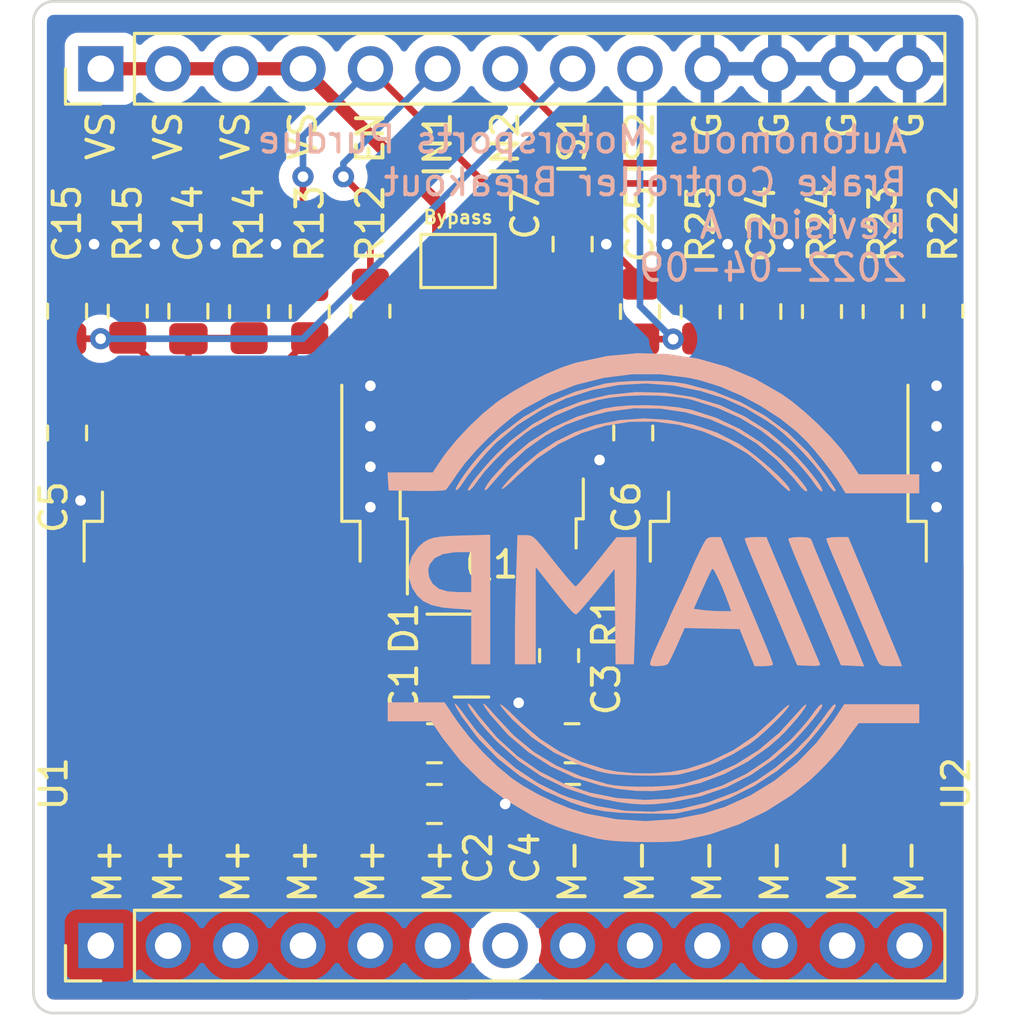
<source format=kicad_pcb>
(kicad_pcb (version 20211014) (generator pcbnew)
  (title_block (title "Brake Controller Breakout") (date "2022-04-09") (rev "A") (company "AMP Purdue"))
  (layers (0 "F.Cu" signal) (31 "B.Cu" signal) (34 "B.Paste" user) (35 "F.Paste" user) (36 "B.SilkS" user "B.Silkscreen") (37 "F.SilkS" user "F.Silkscreen") (38 "B.Mask" user) (39 "F.Mask" user) (44 "Edge.Cuts" user))
  (net 0 "")
  (net 1 "Net-(C1-Pad1)")
  (net 2 "GND")
  (net 3 "Net-(C14-Pad1)")
  (net 4 "/IS1")
  (net 5 "Net-(C24-Pad1)")
  (net 6 "/IS2")
  (net 7 "VS")
  (net 8 "/EN")
  (net 9 "/IN1")
  (net 10 "/IN2")
  (net 12 "Net-(R12-Pad1)")
  (net 13 "Net-(R13-Pad1)")
  (net 14 "Net-(R22-Pad1)")
  (net 15 "Net-(R23-Pad1)")
  (net 16 "Net-(Q1-Pad1)")
  (net 18 "/MOTOR+")
  (net 19 "/MOTOR-")
  (footprint "Capacitor_SMD:C_0805_2012Metric_Pad1.18x1.45mm_HandSolder" (layer "F.Cu") (at 144.526 102.616 -90)
    (fp_text reference "C6" (at 2.794 0.254 90) (layer "F.SilkS"))
    (fp_text value "100nF")
    (pad "1" smd roundrect (at -1.0375 0 270) (size 1.175 1.45) (layers "F.Cu" "F.Paste" "F.Mask") (roundrect_rratio 0.2127659574) (net 1 "Net-(C1-Pad1)"))
    (pad "2" smd roundrect (at 1.0375 0 270) (size 1.175 1.45) (layers "F.Cu" "F.Paste" "F.Mask") (roundrect_rratio 0.2127659574) (net 2 "GND"))
  )
  (footprint "Capacitor_SMD:C_0805_2012Metric_Pad1.18x1.45mm_HandSolder" (layer "F.Cu") (at 149.352 98.044 90)
    (fp_text reference "C24" (at 3.302 0 90) (layer "F.SilkS"))
    (fp_text value "1nF")
    (pad "1" smd roundrect (at -1.0375 0 90) (size 1.175 1.45) (layers "F.Cu" "F.Paste" "F.Mask") (roundrect_rratio 0.2127659574) (net 5 "Net-(C24-Pad1)"))
    (pad "2" smd roundrect (at 1.0375 0 90) (size 1.175 1.45) (layers "F.Cu" "F.Paste" "F.Mask") (roundrect_rratio 0.2127659574) (net 2 "GND"))
  )
  (footprint "Resistor_SMD:R_0805_2012Metric_Pad1.20x1.40mm_HandSolder" (layer "F.Cu") (at 134.62 98.028 90)
    (fp_text reference "R12" (at 3.302 0 90) (layer "F.SilkS"))
    (fp_text value "10K")
    (pad "1" smd roundrect (at -1 0 90) (size 1.2 1.4) (layers "F.Cu" "F.Paste" "F.Mask") (roundrect_rratio 0.2083333333) (net 12 "Net-(R12-Pad1)"))
    (pad "2" smd roundrect (at 1 0 90) (size 1.2 1.4) (layers "F.Cu" "F.Paste" "F.Mask") (roundrect_rratio 0.2083333333) (net 9 "/IN1"))
  )
  (footprint "Jumper:SolderJumper-2_P1.3mm_Open_TrianglePad1.0x1.5mm" (layer "F.Cu") (at 137.922 96.139)
    (fp_text reference "JP1" hide)
    (fp_text value "Protection bypass")
    (pad "1" smd custom (at -0.725 0) (size 0.3 0.3) (layers "F.Cu" "F.Mask") (net 7 "VS") (options (clearance outline) (anchor rect)) (primitives (gr_poly (pts (xy 1 0) (xy 0.5 0.75) (xy -0.5 0.75) (xy -0.5 -0.75) (xy 0.5 -0.75)) (width 0) (fill yes))))
    (pad "2" smd custom (at 0.725 0) (size 0.3 0.3) (layers "F.Cu" "F.Mask") (net 1 "Net-(C1-Pad1)") (options (clearance outline) (anchor rect)) (primitives (gr_poly (pts (xy 0.5 0.75) (xy -0.65 0.75) (xy -0.15 0) (xy -0.65 -0.75) (xy 0.5 -0.75)) (width 0) (fill yes))))
  )
  (footprint "Resistor_SMD:R_0805_2012Metric_Pad1.20x1.40mm_HandSolder" (layer "F.Cu") (at 141.732 110.998 -90)
    (fp_text reference "R1" (at -1.27 -1.778 90) (layer "F.SilkS"))
    (fp_text value "10K")
    (pad "1" smd roundrect (at -1 0 270) (size 1.2 1.4) (layers "F.Cu" "F.Paste" "F.Mask") (roundrect_rratio 0.2083333333) (net 16 "Net-(Q1-Pad1)"))
    (pad "2" smd roundrect (at 1 0 270) (size 1.2 1.4) (layers "F.Cu" "F.Paste" "F.Mask") (roundrect_rratio 0.2083333333) (net 2 "GND"))
  )
  (footprint "Connector_PinHeader_2.54mm:PinHeader_1x13_P2.54mm_Vertical" (layer "F.Cu") (at 124.46 121.92 90)
    (fp_text reference "J2" hide)
    (fp_text value "OUTPUT")
    (pad "1" thru_hole rect (at 0 0 90) (size 1.7 1.7) (drill 1) (layers *.Cu *.Mask) (net 18 "/MOTOR+"))
    (pad "2" thru_hole oval (at 0 2.54 90) (size 1.7 1.7) (drill 1) (layers *.Cu *.Mask) (net 18 "/MOTOR+"))
    (pad "3" thru_hole oval (at 0 5.08 90) (size 1.7 1.7) (drill 1) (layers *.Cu *.Mask) (net 18 "/MOTOR+"))
    (pad "4" thru_hole oval (at 0 7.62 90) (size 1.7 1.7) (drill 1) (layers *.Cu *.Mask) (net 18 "/MOTOR+"))
    (pad "5" thru_hole oval (at 0 10.16 90) (size 1.7 1.7) (drill 1) (layers *.Cu *.Mask) (net 18 "/MOTOR+"))
    (pad "6" thru_hole oval (at 0 12.7 90) (size 1.7 1.7) (drill 1) (layers *.Cu *.Mask) (net 18 "/MOTOR+"))
    (pad "7" thru_hole oval (at 0 15.24 90) (size 1.7 1.7) (drill 1) (layers *.Cu *.Mask))
    (pad "8" thru_hole oval (at 0 17.78 90) (size 1.7 1.7) (drill 1) (layers *.Cu *.Mask) (net 19 "/MOTOR-"))
    (pad "9" thru_hole oval (at 0 20.32 90) (size 1.7 1.7) (drill 1) (layers *.Cu *.Mask) (net 19 "/MOTOR-"))
    (pad "10" thru_hole oval (at 0 22.86 90) (size 1.7 1.7) (drill 1) (layers *.Cu *.Mask) (net 19 "/MOTOR-"))
    (pad "11" thru_hole oval (at 0 25.4 90) (size 1.7 1.7) (drill 1) (layers *.Cu *.Mask) (net 19 "/MOTOR-"))
    (pad "12" thru_hole oval (at 0 27.94 90) (size 1.7 1.7) (drill 1) (layers *.Cu *.Mask) (net 19 "/MOTOR-"))
    (pad "13" thru_hole oval (at 0 30.48 90) (size 1.7 1.7) (drill 1) (layers *.Cu *.Mask) (net 19 "/MOTOR-"))
  )
  (footprint "Resistor_SMD:R_0805_2012Metric_Pad1.20x1.40mm_HandSolder" (layer "F.Cu") (at 125.476 98.028 90)
    (fp_text reference "R15" (at 3.302 0 90) (layer "F.SilkS"))
    (fp_text value "1K")
    (pad "1" smd roundrect (at -1 0 90) (size 1.2 1.4) (layers "F.Cu" "F.Paste" "F.Mask") (roundrect_rratio 0.2083333333) (net 4 "/IS1"))
    (pad "2" smd roundrect (at 1 0 90) (size 1.2 1.4) (layers "F.Cu" "F.Paste" "F.Mask") (roundrect_rratio 0.2083333333) (net 2 "GND"))
  )
  (footprint "Capacitor_SMD:C_0805_2012Metric_Pad1.18x1.45mm_HandSolder" (layer "F.Cu") (at 127.762 98.028 90)
    (fp_text reference "C14" (at 3.302 0 90) (layer "F.SilkS"))
    (fp_text value "1nF")
    (pad "1" smd roundrect (at -1.0375 0 90) (size 1.175 1.45) (layers "F.Cu" "F.Paste" "F.Mask") (roundrect_rratio 0.2127659574) (net 3 "Net-(C14-Pad1)"))
    (pad "2" smd roundrect (at 1.0375 0 90) (size 1.175 1.45) (layers "F.Cu" "F.Paste" "F.Mask") (roundrect_rratio 0.2127659574) (net 2 "GND"))
  )
  (footprint "Package_TO_SOT_SMD:TO-263-7_TabPin4" (layer "F.Cu") (at 129.032 108.893 -90)
    (fp_text reference "U1" (at 6.931 6.35 90) (layer "F.SilkS"))
    (fp_text value "IFX007T")
    (pad "1" smd rect (at -5.775 -3.81 270) (size 4.6 0.8) (layers "F.Cu" "F.Paste" "F.Mask") (net 2 "GND"))
    (pad "2" smd rect (at -5.775 -2.54 270) (size 4.6 0.8) (layers "F.Cu" "F.Paste" "F.Mask") (net 12 "Net-(R12-Pad1)"))
    (pad "3" smd rect (at -5.775 -1.27 270) (size 4.6 0.8) (layers "F.Cu" "F.Paste" "F.Mask") (net 13 "Net-(R13-Pad1)"))
    (pad "4" smd rect (at -5.775 0 270) (size 4.6 0.8) (layers "F.Cu" "F.Paste" "F.Mask") (net 18 "/MOTOR+"))
    (pad "4" smd rect (at 3.375 0 270) (size 9.4 10.8) (layers "F.Cu" "F.Mask") (net 18 "/MOTOR+"))
    (pad "5" smd rect (at -5.775 1.27 270) (size 4.6 0.8) (layers "F.Cu" "F.Paste" "F.Mask") (net 3 "Net-(C14-Pad1)"))
    (pad "6" smd rect (at -5.775 2.54 270) (size 4.6 0.8) (layers "F.Cu" "F.Paste" "F.Mask") (net 4 "/IS1"))
    (pad "7" smd rect (at -5.775 3.81 270) (size 4.6 0.8) (layers "F.Cu" "F.Paste" "F.Mask") (net 1 "Net-(C1-Pad1)"))
  )
  (footprint "Capacitor_SMD:C_0805_2012Metric_Pad1.18x1.45mm_HandSolder" (layer "F.Cu") (at 142.24 116.586 180)
    (fp_text reference "C4" (at 1.778 -2.032 270) (layer "F.SilkS"))
    (fp_text value "220nF")
    (pad "1" smd roundrect (at -1.0375 0 180) (size 1.175 1.45) (layers "F.Cu" "F.Paste" "F.Mask") (roundrect_rratio 0.2127659574) (net 19 "/MOTOR-"))
    (pad "2" smd roundrect (at 1.0375 0 180) (size 1.175 1.45) (layers "F.Cu" "F.Paste" "F.Mask") (roundrect_rratio 0.2127659574) (net 2 "GND"))
  )
  (footprint "Package_TO_SOT_SMD:TO-252-2" (layer "F.Cu") (at 139.193 103.378 90)
    (fp_text reference "Q1" (at -4.191 0) (layer "F.SilkS"))
    (fp_text value "Q_PMOS_GDS")
    (pad "1" smd rect (at -4.2 -2.28 90) (size 2.2 1.2) (layers "F.Cu" "F.Paste" "F.Mask") (net 16 "Net-(Q1-Pad1)"))
    (pad "2" smd rect (at 2.1 0 90) (size 6.4 5.8) (layers "F.Cu" "F.Mask") (net 7 "VS"))
    (pad "3" smd rect (at -4.2 2.28 90) (size 2.2 1.2) (layers "F.Cu" "F.Paste" "F.Mask") (net 1 "Net-(C1-Pad1)"))
  )
  (footprint "Capacitor_SMD:C_0805_2012Metric_Pad1.18x1.45mm_HandSolder" (layer "F.Cu") (at 137.033 114.3 180)
    (fp_text reference "C1" (at 1.143 2.032 90) (layer "F.SilkS"))
    (fp_text value "220nF")
    (pad "1" smd roundrect (at -1.0375 0 180) (size 1.175 1.45) (layers "F.Cu" "F.Paste" "F.Mask") (roundrect_rratio 0.2127659574) (net 1 "Net-(C1-Pad1)"))
    (pad "2" smd roundrect (at 1.0375 0 180) (size 1.175 1.45) (layers "F.Cu" "F.Paste" "F.Mask") (roundrect_rratio 0.2127659574) (net 18 "/MOTOR+"))
  )
  (footprint "Resistor_SMD:R_0805_2012Metric_Pad1.20x1.40mm_HandSolder" (layer "F.Cu") (at 151.638 98.044 90)
    (fp_text reference "R24" (at 3.302 0 90) (layer "F.SilkS"))
    (fp_text value "500")
    (pad "1" smd roundrect (at -1 0 90) (size 1.2 1.4) (layers "F.Cu" "F.Paste" "F.Mask") (roundrect_rratio 0.2083333333) (net 5 "Net-(C24-Pad1)"))
    (pad "2" smd roundrect (at 1 0 90) (size 1.2 1.4) (layers "F.Cu" "F.Paste" "F.Mask") (roundrect_rratio 0.2083333333) (net 2 "GND"))
  )
  (footprint "Resistor_SMD:R_0805_2012Metric_Pad1.20x1.40mm_HandSolder" (layer "F.Cu") (at 156.21 98.028 90)
    (fp_text reference "R22" (at 3.302 0 90) (layer "F.SilkS"))
    (fp_text value "10K")
    (pad "1" smd roundrect (at -1 0 90) (size 1.2 1.4) (layers "F.Cu" "F.Paste" "F.Mask") (roundrect_rratio 0.2083333333) (net 14 "Net-(R22-Pad1)"))
    (pad "2" smd roundrect (at 1 0 90) (size 1.2 1.4) (layers "F.Cu" "F.Paste" "F.Mask") (roundrect_rratio 0.2083333333) (net 10 "/IN2"))
  )
  (footprint "Resistor_SMD:R_0805_2012Metric_Pad1.20x1.40mm_HandSolder" (layer "F.Cu") (at 132.334 98.044 90)
    (fp_text reference "R13" (at 3.318 0 90) (layer "F.SilkS"))
    (fp_text value "10K")
    (pad "1" smd roundrect (at -1 0 90) (size 1.2 1.4) (layers "F.Cu" "F.Paste" "F.Mask") (roundrect_rratio 0.2083333333) (net 13 "Net-(R13-Pad1)"))
    (pad "2" smd roundrect (at 1 0 90) (size 1.2 1.4) (layers "F.Cu" "F.Paste" "F.Mask") (roundrect_rratio 0.2083333333) (net 8 "/EN"))
  )
  (footprint "Capacitor_SMD:C_0805_2012Metric_Pad1.18x1.45mm_HandSolder" (layer "F.Cu") (at 144.78 98.044 90)
    (fp_text reference "C25" (at 3.302 0 90) (layer "F.SilkS"))
    (fp_text value "10nF")
    (pad "1" smd roundrect (at -1.0375 0 90) (size 1.175 1.45) (layers "F.Cu" "F.Paste" "F.Mask") (roundrect_rratio 0.2127659574) (net 6 "/IS2"))
    (pad "2" smd roundrect (at 1.0375 0 90) (size 1.175 1.45) (layers "F.Cu" "F.Paste" "F.Mask") (roundrect_rratio 0.2127659574) (net 2 "GND"))
  )
  (footprint "Package_TO_SOT_SMD:TO-263-7_TabPin4" (layer "F.Cu") (at 150.368 108.893 -90)
    (fp_text reference "U2" (at 6.931 -6.331 90) (layer "F.SilkS"))
    (fp_text value "IFX007T")
    (pad "1" smd rect (at -5.775 -3.81 270) (size 4.6 0.8) (layers "F.Cu" "F.Paste" "F.Mask") (net 2 "GND"))
    (pad "2" smd rect (at -5.775 -2.54 270) (size 4.6 0.8) (layers "F.Cu" "F.Paste" "F.Mask") (net 14 "Net-(R22-Pad1)"))
    (pad "3" smd rect (at -5.775 -1.27 270) (size 4.6 0.8) (layers "F.Cu" "F.Paste" "F.Mask") (net 15 "Net-(R23-Pad1)"))
    (pad "4" smd rect (at -5.775 0 270) (size 4.6 0.8) (layers "F.Cu" "F.Paste" "F.Mask") (net 19 "/MOTOR-"))
    (pad "4" smd rect (at 3.375 0 270) (size 9.4 10.8) (layers "F.Cu" "F.Mask") (net 19 "/MOTOR-"))
    (pad "5" smd rect (at -5.775 1.27 270) (size 4.6 0.8) (layers "F.Cu" "F.Paste" "F.Mask") (net 5 "Net-(C24-Pad1)"))
    (pad "6" smd rect (at -5.775 2.54 270) (size 4.6 0.8) (layers "F.Cu" "F.Paste" "F.Mask") (net 6 "/IS2"))
    (pad "7" smd rect (at -5.775 3.81 270) (size 4.6 0.8) (layers "F.Cu" "F.Paste" "F.Mask") (net 1 "Net-(C1-Pad1)"))
  )
  (footprint "Capacitor_SMD:C_0805_2012Metric_Pad1.18x1.45mm_HandSolder" (layer "F.Cu") (at 137.033 116.586)
    (fp_text reference "C2" (at 1.651 2.032 90) (layer "F.SilkS"))
    (fp_text value "220nF")
    (pad "1" smd roundrect (at -1.0375 0) (size 1.175 1.45) (layers "F.Cu" "F.Paste" "F.Mask") (roundrect_rratio 0.2127659574) (net 18 "/MOTOR+"))
    (pad "2" smd roundrect (at 1.0375 0) (size 1.175 1.45) (layers "F.Cu" "F.Paste" "F.Mask") (roundrect_rratio 0.2127659574) (net 2 "GND"))
  )
  (footprint "Capacitor_SMD:C_0805_2012Metric_Pad1.18x1.45mm_HandSolder" (layer "F.Cu") (at 123.19 98.028 90)
    (fp_text reference "C15" (at 3.302 0 90) (layer "F.SilkS"))
    (fp_text value "10nF")
    (pad "1" smd roundrect (at -1.0375 0 90) (size 1.175 1.45) (layers "F.Cu" "F.Paste" "F.Mask") (roundrect_rratio 0.2127659574) (net 4 "/IS1"))
    (pad "2" smd roundrect (at 1.0375 0 90) (size 1.175 1.45) (layers "F.Cu" "F.Paste" "F.Mask") (roundrect_rratio 0.2127659574) (net 2 "GND"))
  )
  (footprint "Resistor_SMD:R_0805_2012Metric_Pad1.20x1.40mm_HandSolder" (layer "F.Cu") (at 147.066 98.06 90)
    (fp_text reference "R25" (at 3.318 0 90) (layer "F.SilkS"))
    (fp_text value "1K")
    (pad "1" smd roundrect (at -1 0 90) (size 1.2 1.4) (layers "F.Cu" "F.Paste" "F.Mask") (roundrect_rratio 0.2083333333) (net 6 "/IS2"))
    (pad "2" smd roundrect (at 1 0 90) (size 1.2 1.4) (layers "F.Cu" "F.Paste" "F.Mask") (roundrect_rratio 0.2083333333) (net 2 "GND"))
  )
  (footprint "Package_TO_SOT_SMD:SOT-23" (layer "F.Cu") (at 138.43 110.998)
    (fp_text reference "D1" (at -2.54 -1.016 90) (layer "F.SilkS"))
    (fp_text value "10V")
    (pad "1" smd roundrect (at -0.9375 -0.95) (size 1.475 0.6) (layers "F.Cu" "F.Paste" "F.Mask") (net 16 "Net-(Q1-Pad1)"))
    (pad "2" smd roundrect (at -0.9375 0.95) (size 1.475 0.6) (layers "F.Cu" "F.Paste" "F.Mask"))
    (pad "3" smd roundrect (at 0.9375 0) (size 1.475 0.6) (layers "F.Cu" "F.Paste" "F.Mask") (net 1 "Net-(C1-Pad1)"))
  )
  (footprint "Connector_PinHeader_2.54mm:PinHeader_1x13_P2.54mm_Vertical" (layer "F.Cu") (at 124.46 88.9 90)
    (fp_text reference "J1" hide)
    (fp_text value "INPUT")
    (pad "1" thru_hole rect (at 0 0 90) (size 1.7 1.7) (drill 1) (layers *.Cu *.Mask) (net 7 "VS"))
    (pad "2" thru_hole oval (at 0 2.54 90) (size 1.7 1.7) (drill 1) (layers *.Cu *.Mask) (net 7 "VS"))
    (pad "3" thru_hole oval (at 0 5.08 90) (size 1.7 1.7) (drill 1) (layers *.Cu *.Mask) (net 7 "VS"))
    (pad "4" thru_hole oval (at 0 7.62 90) (size 1.7 1.7) (drill 1) (layers *.Cu *.Mask) (net 7 "VS"))
    (pad "5" thru_hole oval (at 0 10.16 90) (size 1.7 1.7) (drill 1) (layers *.Cu *.Mask) (net 8 "/EN"))
    (pad "6" thru_hole oval (at 0 12.7 90) (size 1.7 1.7) (drill 1) (layers *.Cu *.Mask) (net 9 "/IN1"))
    (pad "7" thru_hole oval (at 0 15.24 90) (size 1.7 1.7) (drill 1) (layers *.Cu *.Mask) (net 10 "/IN2"))
    (pad "8" thru_hole oval (at 0 17.78 90) (size 1.7 1.7) (drill 1) (layers *.Cu *.Mask) (net 4 "/IS1"))
    (pad "9" thru_hole oval (at 0 20.32 90) (size 1.7 1.7) (drill 1) (layers *.Cu *.Mask) (net 6 "/IS2"))
    (pad "10" thru_hole oval (at 0 22.86 90) (size 1.7 1.7) (drill 1) (layers *.Cu *.Mask) (net 2 "GND"))
    (pad "11" thru_hole oval (at 0 25.4 90) (size 1.7 1.7) (drill 1) (layers *.Cu *.Mask) (net 2 "GND"))
    (pad "12" thru_hole oval (at 0 27.94 90) (size 1.7 1.7) (drill 1) (layers *.Cu *.Mask) (net 2 "GND"))
    (pad "13" thru_hole oval (at 0 30.48 90) (size 1.7 1.7) (drill 1) (layers *.Cu *.Mask) (net 2 "GND"))
  )
  (footprint "Resistor_SMD:R_0805_2012Metric_Pad1.20x1.40mm_HandSolder" (layer "F.Cu") (at 130.048 98.044 90)
    (fp_text reference "R14" (at 3.318 0 90) (layer "F.SilkS"))
    (fp_text value "500")
    (pad "1" smd roundrect (at -1 0 90) (size 1.2 1.4) (layers "F.Cu" "F.Paste" "F.Mask") (roundrect_rratio 0.2083333333) (net 3 "Net-(C14-Pad1)"))
    (pad "2" smd roundrect (at 1 0 90) (size 1.2 1.4) (layers "F.Cu" "F.Paste" "F.Mask") (roundrect_rratio 0.2083333333) (net 2 "GND"))
  )
  (footprint "Capacitor_SMD:C_0805_2012Metric_Pad1.18x1.45mm_HandSolder" (layer "F.Cu") (at 142.2185 114.3)
    (fp_text reference "C3" (at 1.2915 -2.032 90) (layer "F.SilkS"))
    (fp_text value "220nF")
    (pad "1" smd roundrect (at -1.0375 0) (size 1.175 1.45) (layers "F.Cu" "F.Paste" "F.Mask") (roundrect_rratio 0.2127659574) (net 1 "Net-(C1-Pad1)"))
    (pad "2" smd roundrect (at 1.0375 0) (size 1.175 1.45) (layers "F.Cu" "F.Paste" "F.Mask") (roundrect_rratio 0.2127659574) (net 19 "/MOTOR-"))
  )
  (footprint "Capacitor_SMD:C_0805_2012Metric_Pad1.18x1.45mm_HandSolder" (layer "F.Cu") (at 123.19 102.616 -90)
    (fp_text reference "C5" (at 2.794 0.508 90) (layer "F.SilkS"))
    (fp_text value "100nF")
    (pad "1" smd roundrect (at -1.0375 0 270) (size 1.175 1.45) (layers "F.Cu" "F.Paste" "F.Mask") (roundrect_rratio 0.2127659574) (net 1 "Net-(C1-Pad1)"))
    (pad "2" smd roundrect (at 1.0375 0 270) (size 1.175 1.45) (layers "F.Cu" "F.Paste" "F.Mask") (roundrect_rratio 0.2127659574) (net 2 "GND"))
  )
  (footprint "Capacitor_SMD:C_0805_2012Metric_Pad1.18x1.45mm_HandSolder" (layer "F.Cu") (at 142.24 95.504 90)
    (fp_text reference "C7" (at 1.143 -1.778 90) (layer "F.SilkS"))
    (fp_text value "1000uF")
    (pad "1" smd roundrect (at -1.0375 0 90) (size 1.175 1.45) (layers "F.Cu" "F.Paste" "F.Mask") (roundrect_rratio 0.2127659574) (net 1 "Net-(C1-Pad1)"))
    (pad "2" smd roundrect (at 1.0375 0 90) (size 1.175 1.45) (layers "F.Cu" "F.Paste" "F.Mask") (roundrect_rratio 0.2127659574) (net 2 "GND"))
  )
  (footprint "Resistor_SMD:R_0805_2012Metric_Pad1.20x1.40mm_HandSolder" (layer "F.Cu") (at 153.924 98.044 90)
    (fp_text reference "R23" (at 3.302 0 90) (layer "F.SilkS"))
    (fp_text value "10K")
    (pad "1" smd roundrect (at -1 0 90) (size 1.2 1.4) (layers "F.Cu" "F.Paste" "F.Mask") (roundrect_rratio 0.2083333333) (net 15 "Net-(R23-Pad1)"))
    (pad "2" smd roundrect (at 1 0 90) (size 1.2 1.4) (layers "F.Cu" "F.Paste" "F.Mask") (roundrect_rratio 0.2083333333) (net 8 "/EN"))
  )
  (footprint "assets:Logo" (layer "B.Cu") (at 145.288 108.966 180)
    (fp_text reference "G***" hide)
    (fp_text value "LOGO" hide)
  )
  (gr_arc (start 157.48 123.698) (mid 157.256815 124.236815) (end 156.718 124.46) (layer "Edge.Cuts") (width 0.1))
  (gr_line (start 122.682 86.36) (end 156.718 86.36) (layer "Edge.Cuts") (width 0.1))
  (gr_line (start 121.92 87.122) (end 121.92 123.698) (layer "Edge.Cuts") (width 0.1))
  (gr_line (start 157.48 123.698) (end 157.48 87.122) (layer "Edge.Cuts") (width 0.1))
  (gr_arc (start 156.718 86.36) (mid 157.256815 86.583185) (end 157.48 87.122) (layer "Edge.Cuts") (width 0.1))
  (gr_arc (start 121.92 87.122) (mid 122.143185 86.583185) (end 122.682 86.36) (layer "Edge.Cuts") (width 0.1))
  (gr_arc (start 122.682 124.46) (mid 122.143185 124.236815) (end 121.92 123.698) (layer "Edge.Cuts") (width 0.1))
  (gr_line (start 122.682 124.46) (end 156.718 124.46) (layer "Edge.Cuts") (width 0.1))
  (gr_text "Autonomous Motorsports Purdue\nBrake Controller Breakout\nRevision A\n2022-04-09" (at 154.94 93.98) (layer "B.SilkS") (effects (font (size 1 1)) (justify left mirror)))
  (gr_text "M+" (at 134.62 120.396 90) (layer "F.SilkS") (effects (font (size 1 1)) (justify left)))
  (gr_text "G" (at 149.86 90.424 90) (layer "F.SilkS") (effects (font (size 1 1)) (justify right)))
  (gr_text "M-" (at 149.86 120.396 90) (layer "F.SilkS") (effects (font (size 1 1)) (justify left)))
  (gr_text "M-" (at 147.32 120.396 90) (layer "F.SilkS") (effects (font (size 1 1)) (justify left)))
  (gr_text "VS" (at 124.46 90.424 90) (layer "F.SilkS") (effects (font (size 1 1)) (justify right)))
  (gr_text "M+" (at 132.08 120.396 90) (layer "F.SilkS") (effects (font (size 1 1)) (justify left)))
  (gr_text "M-" (at 142.24 120.396 90) (layer "F.SilkS") (effects (font (size 1 1)) (justify left)))
  (gr_text "M-" (at 144.78 120.396 90) (layer "F.SilkS") (effects (font (size 1 1)) (justify left)))
  (gr_text "M-" (at 154.94 120.396 90) (layer "F.SilkS") (effects (font (size 1 1)) (justify left)))
  (gr_text "IS1" (at 142.24 90.424 90) (layer "F.SilkS") (effects (font (size 1 1)) (justify right)))
  (gr_text "IN2" (at 139.7 90.424 90) (layer "F.SilkS") (effects (font (size 1 1)) (justify right)))
  (gr_text "IS2" (at 144.78 90.424 90) (layer "F.SilkS") (effects (font (size 1 1)) (justify right)))
  (gr_text "G" (at 147.32 90.424 90) (layer "F.SilkS") (effects (font (size 1 1)) (justify right)))
  (gr_text "VS" (at 132.08 90.424 90) (layer "F.SilkS") (effects (font (size 1 1)) (justify right)))
  (gr_text "G" (at 154.94 90.424 90) (layer "F.SilkS") (effects (font (size 1 1)) (justify right)))
  (gr_text "Bypass" (at 137.922 94.488) (layer "F.SilkS") (effects (font (size 0.5 0.5) (thickness 0.1))))
  (gr_text "VS" (at 127 90.424 90) (layer "F.SilkS") (effects (font (size 1 1)) (justify right)))
  (gr_text "M+" (at 129.54 120.396 90) (layer "F.SilkS") (effects (font (size 1 1)) (justify left)))
  (gr_text "G" (at 152.4 90.424 90) (layer "F.SilkS") (effects (font (size 1 1)) (justify right)))
  (gr_text "M+" (at 124.714 120.396 90) (layer "F.SilkS") (effects (font (size 1 1)) (justify left)))
  (gr_text "EN" (at 134.62 90.424 90) (layer "F.SilkS") (effects (font (size 1 1)) (justify right)))
  (gr_text "M-" (at 152.4 120.396 90) (layer "F.SilkS") (effects (font (size 1 1)) (justify left)))
  (gr_text "IN1" (at 137.16 90.424 90) (layer "F.SilkS") (effects (font (size 1 1)) (justify right)))
  (gr_text "M+" (at 137.16 120.396 90) (layer "F.SilkS") (effects (font (size 1 1)) (justify left)))
  (gr_text "M+" (at 127 120.396 90) (layer "F.SilkS") (effects (font (size 1 1)) (justify left)))
  (gr_text "VS" (at 129.54 90.424 90) (layer "F.SilkS") (effects (font (size 1 1)) (justify right)))
  (segment (start 123.19 101.5785) (end 123.6825 101.5785) (width 0.5) (layer "F.Cu") (net 1))
  (segment (start 125.73 106.426) (end 135.465978 106.426) (width 0.5) (layer "F.Cu") (net 1))
  (segment (start 138.0705 114.3) (end 141.181 114.3) (width 0.5) (layer "F.Cu") (net 1))
  (segment (start 144.526 101.5785) (end 145.0185 101.5785) (width 0.5) (layer "F.Cu") (net 1))
  (segment (start 135.465978 106.426) (end 135.863489 106.028489) (width 0.5) (layer "F.Cu") (net 1))
  (segment (start 123.6825 101.5785) (end 125.222 103.118) (width 0.5) (layer "F.Cu") (net 1))
  (segment (start 146.558 103.593) (end 146.558 103.118) (width 0.5) (layer "F.Cu") (net 1))
  (segment (start 139.3675 110.998) (end 142.344493 110.998) (width 0.25) (layer "F.Cu") (net 1))
  (segment (start 142.344493 110.998) (end 143.002 110.340493) (width 0.25) (layer "F.Cu") (net 1))
  (segment (start 144.526 101.5785) (end 143.256 100.3085) (width 0.5) (layer "F.Cu") (net 1))
  (segment (start 143.256 97.5575) (end 142.24 96.5415) (width 0.5) (layer "F.Cu") (net 1))
  (segment (start 139.3675 113.003) (end 138.0705 114.3) (width 0.25) (layer "F.Cu") (net 1))
  (segment (start 125.222 105.918) (end 125.73 106.426) (width 0.5) (layer "F.Cu") (net 1))
  (segment (start 139.923489 106.028489) (end 141.473 107.578) (width 0.5) (layer "F.Cu") (net 1))
  (segment (start 141.8375 96.139) (end 142.24 96.5415) (width 0.5) (layer "F.Cu") (net 1))
  (segment (start 135.863489 106.028489) (end 139.923489 106.028489) (width 0.5) (layer "F.Cu") (net 1))
  (segment (start 141.473 107.578) (end 142.573 107.578) (width 0.5) (layer "F.Cu") (net 1))
  (segment (start 142.573 107.578) (end 146.558 103.593) (width 0.5) (layer "F.Cu") (net 1))
  (segment (start 145.0185 101.5785) (end 146.558 103.118) (width 0.5) (layer "F.Cu") (net 1))
  (segment (start 138.647 96.139) (end 141.8375 96.139) (width 0.5) (layer "F.Cu") (net 1))
  (segment (start 143.256 100.3085) (end 143.256 97.5575) (width 0.5) (layer "F.Cu") (net 1))
  (segment (start 143.002 109.107) (end 141.473 107.578) (width 0.25) (layer "F.Cu") (net 1))
  (segment (start 139.3675 110.998) (end 139.3675 113.003) (width 0.25) (layer "F.Cu") (net 1))
  (segment (start 143.002 110.340493) (end 143.002 109.107) (width 0.25) (layer "F.Cu") (net 1))
  (segment (start 125.222 103.118) (end 125.222 105.918) (width 0.5) (layer "F.Cu") (net 1))
  (segment (start 125.476 96.52) (end 126.492 95.504) (width 0.25) (layer "F.Cu") (net 2))
  (segment (start 144.78 97.0065) (end 144.78 96.774) (width 0.25) (layer "F.Cu") (net 2))
  (segment (start 123.19 96.52) (end 124.206 95.504) (width 0.25) (layer "F.Cu") (net 2))
  (segment (start 154.178 103.118) (end 154.178 103.632) (width 0.5) (layer "F.Cu") (net 2))
  (segment (start 142.4725 94.4665) (end 143.51 95.504) (width 0.25) (layer "F.Cu") (net 2))
  (segment (start 134.62 105.41) (end 134.62 103.886) (width 0.5) (layer "F.Cu") (net 2))
  (segment (start 123.19 96.9905) (end 123.19 96.52) (width 0.25) (layer "F.Cu") (net 2))
  (segment (start 132.842 103.118) (end 132.842 102.616) (width 0.5) (layer "F.Cu") (net 2))
  (segment (start 132.842 103.632) (end 134.62 105.41) (width 0.5) (layer "F.Cu") (net 2))
  (segment (start 155.956 103.886) (end 155.956 102.362) (width 0.5) (layer "F.Cu") (net 2))
  (segment (start 132.842 103.118) (end 132.842 103.632) (width 0.5) (layer "F.Cu") (net 2))
  (segment (start 155.956 100.838) (end 155.956 102.362) (width 0.5) (layer "F.Cu") (net 2))
  (segment (start 132.842 102.616) (end 134.62 100.838) (width 0.5) (layer "F.Cu") (net 2))
  (segment (start 151.638 97.044) (end 151.638 96.774) (width 0.25) (layer "F.Cu") (net 2))
  (segment (start 134.62 100.838) (end 134.62 102.362) (width 0.5) (layer "F.Cu") (net 2))
  (segment (start 143.2775 103.6535) (end 143.256 103.632) (width 0.25) (layer "F.Cu") (net 2))
  (segment (start 155.956 105.41) (end 155.956 103.886) (width 0.5) (layer "F.Cu") (net 2))
  (segment (start 151.638 96.774) (end 150.368 95.504) (width 0.25) (layer "F.Cu") (net 2))
  (segment (start 130.048 96.52) (end 131.064 95.504) (width 0.25) (layer "F.Cu") (net 2))
  (segment (start 154.178 102.616) (end 155.956 100.838) (width 0.5) (layer "F.Cu") (net 2))
  (segment (start 130.048 97.044) (end 130.048 96.52) (width 0.25) (layer "F.Cu") (net 2))
  (segment (start 144.526 103.6535) (end 143.2775 103.6535) (width 0.25) (layer "F.Cu") (net 2))
  (segment (start 138.0705 116.586) (end 141.2025 116.586) (width 0.5) (layer "F.Cu") (net 2))
  (segment (start 125.476 97.028) (end 125.476 96.52) (width 0.25) (layer "F.Cu") (net 2))
  (segment (start 142.24 94.4665) (end 142.4725 94.4665) (width 0.25) (layer "F.Cu") (net 2))
  (segment (start 144.78 96.774) (end 143.51 95.504) (width 0.25) (layer "F.Cu") (net 2))
  (segment (start 147.066 96.774) (end 145.796 95.504) (width 0.25) (layer "F.Cu") (net 2))
  (segment (start 140.986 111.998) (end 140.208 112.776) (width 0.25) (layer "F.Cu") (net 2))
  (segment (start 149.352 96.774) (end 148.082 95.504) (width 0.25) (layer "F.Cu") (net 2))
  (segment (start 134.62 102.362) (end 134.62 103.886) (width 0.5) (layer "F.Cu") (net 2))
  (segment (start 123.19 103.6535) (end 123.19 104.648) (width 0.25) (layer "F.Cu") (net 2))
  (segment (start 149.352 97.0065) (end 149.352 96.774) (width 0.25) (layer "F.Cu") (net 2))
  (segment (start 141.732 111.998) (end 140.986 111.998) (width 0.25) (layer "F.Cu") (net 2))
  (segment (start 123.19 104.648) (end 123.698 105.156) (width 0.25) (layer "F.Cu") (net 2))
  (segment (start 127.762 96.9905) (end 127.762 96.52) (width 0.25) (layer "F.Cu") (net 2))
  (segment (start 127.762 96.52) (end 128.778 95.504) (width 0.25) (layer "F.Cu") (net 2))
  (segment (start 154.178 103.632) (end 155.956 105.41) (width 0.5) (layer "F.Cu") (net 2))
  (segment (start 154.178 103.118) (end 154.178 102.616) (width 0.5) (layer "F.Cu") (net 2))
  (segment (start 147.066 97.06) (end 147.066 96.774) (width 0.25) (layer "F.Cu") (net 2))
  (via (at 155.956 103.886) (size 1) (drill 0.4) (layers "F.Cu" "B.Cu") (net 2))
  (via (at 131.064 95.504) (size 0.8) (drill 0.4) (layers "F.Cu" "B.Cu") (net 2))
  (via (at 148.082 95.504) (size 0.8) (drill 0.4) (layers "F.Cu" "B.Cu") (net 2))
  (via (at 143.256 103.632) (size 0.8) (drill 0.4) (layers "F.Cu" "B.Cu") (net 2))
  (via (at 128.778 95.504) (size 0.8) (drill 0.4) (layers "F.Cu" "B.Cu") (net 2))
  (via (at 155.956 105.41) (size 1) (drill 0.4) (layers "F.Cu" "B.Cu") (net 2))
  (via (at 145.796 95.504) (size 0.8) (drill 0.4) (layers "F.Cu" "B.Cu") (net 2))
  (via (at 123.698 105.156) (size 0.8) (drill 0.4) (layers "F.Cu" "B.Cu") (net 2))
  (via (at 134.62 100.838) (size 1) (drill 0.4) (layers "F.Cu" "B.Cu") (net 2))
  (via (at 134.62 102.362) (size 1) (drill 0.4) (layers "F.Cu" "B.Cu") (net 2))
  (via (at 134.62 105.41) (size 1) (drill 0.4) (layers "F.Cu" "B.Cu") (net 2))
  (via (at 126.492 95.504) (size 0.8) (drill 0.4) (layers "F.Cu" "B.Cu") (net 2))
  (via (at 140.208 112.776) (size 0.8) (drill 0.4) (layers "F.Cu" "B.Cu") (net 2))
  (via (at 124.206 95.504) (size 0.8) (drill 0.4) (layers "F.Cu" "B.Cu") (net 2))
  (via (at 134.62 103.886) (size 1) (drill 0.4) (layers "F.Cu" "B.Cu") (net 2))
  (via (at 139.7 116.586) (size 0.8) (drill 0.4) (layers "F.Cu" "B.Cu") (net 2))
  (via (at 143.51 95.504) (size 0.8) (drill 0.4) (layers "F.Cu" "B.Cu") (net 2))
  (via (at 155.956 100.838) (size 1) (drill 0.4) (layers "F.Cu" "B.Cu") (net 2))
  (via (at 155.956 102.362) (size 1) (drill 0.4) (layers "F.Cu" "B.Cu") (net 2))
  (via (at 150.368 95.504) (size 0.8) (drill 0.4) (layers "F.Cu" "B.Cu") (net 2))
  (segment (start 130.048 99.044) (end 127.7835 99.044) (width 0.25) (layer "F.Cu") (net 3))
  (segment (start 127.7835 99.044) (end 127.762 99.0655) (width 0.25) (layer "F.Cu") (net 3))
  (segment (start 127.762 99.0655) (end 127.762 103.118) (width 0.25) (layer "F.Cu") (net 3))
  (segment (start 125.476 99.028) (end 126.492 100.044) (width 0.25) (layer "F.Cu") (net 4))
  (segment (start 124.4545 99.0655) (end 125.4385 99.0655) (width 0.25) (layer "F.Cu") (net 4))
  (segment (start 123.19 99.0655) (end 124.4545 99.0655) (width 0.25) (layer "F.Cu") (net 4))
  (segment (start 126.492 100.044) (end 126.492 103.118) (width 0.25) (layer "F.Cu") (net 4))
  (segment (start 125.4385 99.0655) (end 125.476 99.028) (width 0.25) (layer "F.Cu") (net 4))
  (via (at 124.4545 99.0655) (size 0.8) (drill 0.4) (layers "F.Cu" "B.Cu") (net 4))
  (segment (start 142.24 88.9) (end 132.0745 99.0655) (width 0.25) (layer "B.Cu") (net 4))
  (segment (start 132.0745 99.0655) (end 124.4545 99.0655) (width 0.25) (layer "B.Cu") (net 4))
  (segment (start 149.352 99.0815) (end 149.098 99.3355) (width 0.25) (layer "F.Cu") (net 5))
  (segment (start 151.638 99.044) (end 149.3895 99.044) (width 0.25) (layer "F.Cu") (net 5))
  (segment (start 149.098 99.3355) (end 149.098 103.118) (width 0.25) (layer "F.Cu") (net 5))
  (segment (start 149.3895 99.044) (end 149.352 99.0815) (width 0.25) (layer "F.Cu") (net 5))
  (segment (start 147.0445 99.0815) (end 147.066 99.06) (width 0.25) (layer "F.Cu") (net 6))
  (segment (start 146.0285 99.0815) (end 147.0445 99.0815) (width 0.25) (layer "F.Cu") (net 6))
  (segment (start 147.066 99.06) (end 147.828 99.822) (width 0.25) (layer "F.Cu") (net 6))
  (segment (start 144.78 99.0815) (end 146.0285 99.0815) (width 0.25) (layer "F.Cu") (net 6))
  (segment (start 147.828 99.822) (end 147.828 103.118) (width 0.25) (layer "F.Cu") (net 6))
  (via (at 146.0285 99.0815) (size 0.8) (drill 0.4) (layers "F.Cu" "B.Cu") (net 6))
  (segment (start 144.78 97.833) (end 146.0285 99.0815) (width 0.25) (layer "B.Cu") (net 6))
  (segment (start 144.78 88.9) (end 144.78 97.833) (width 0.25) (layer "B.Cu") (net 6))
  (segment (start 137.197 94.017) (end 137.197 96.139) (width 0.5) (layer "F.Cu") (net 7))
  (segment (start 137.197 96.139) (end 137.197 99.282) (width 0.5) (layer "F.Cu") (net 7))
  (segment (start 127 88.9) (end 129.54 88.9) (width 0.5) (layer "F.Cu") (net 7))
  (segment (start 129.54 88.9) (end 132.08 88.9) (width 0.5) (layer "F.Cu") (net 7))
  (segment (start 124.46 88.9) (end 127 88.9) (width 0.5) (layer "F.Cu") (net 7))
  (segment (start 132.08 88.9) (end 137.197 94.017) (width 0.5) (layer "F.Cu") (net 7))
  (segment (start 137.197 99.282) (end 139.193 101.278) (width 0.5) (layer "F.Cu") (net 7))
  (segment (start 134.62 88.9) (end 138.938 93.218) (width 0.25) (layer "F.Cu") (net 8))
  (segment (start 132.08 96.79) (end 132.08 92.964) (width 0.25) (layer "F.Cu") (net 8))
  (segment (start 132.334 97.044) (end 132.08 96.79) (width 0.25) (layer "F.Cu") (net 8))
  (segment (start 138.938 93.218) (end 150.098 93.218) (width 0.25) (layer "F.Cu") (net 8))
  (segment (start 150.098 93.218) (end 153.924 97.044) (width 0.25) (layer "F.Cu") (net 8))
  (via (at 132.08 92.964) (size 0.8) (drill 0.4) (layers "F.Cu" "B.Cu") (net 8))
  (segment (start 132.08 91.44) (end 134.62 88.9) (width 0.25) (layer "B.Cu") (net 8))
  (segment (start 132.08 92.964) (end 132.08 91.44) (width 0.25) (layer "B.Cu") (net 8))
  (segment (start 133.604 92.964) (end 134.62 93.98) (width 0.25) (layer "F.Cu") (net 9))
  (segment (start 134.62 93.98) (end 134.62 97.028) (width 0.25) (layer "F.Cu") (net 9))
  (via (at 133.604 92.964) (size 0.8) (drill 0.4) (layers "F.Cu" "B.Cu") (net 9))
  (segment (start 137.16 88.9) (end 133.604 92.456) (width 0.25) (layer "B.Cu") (net 9))
  (segment (start 133.604 92.456) (end 133.604 92.964) (width 0.25) (layer "B.Cu") (net 9))
  (segment (start 151.638 92.456) (end 156.21 97.028) (width 0.25) (layer "F.Cu") (net 10))
  (segment (start 139.7 88.9) (end 143.256 92.456) (width 0.25) (layer "F.Cu") (net 10))
  (segment (start 143.256 92.456) (end 151.638 92.456) (width 0.25) (layer "F.Cu") (net 10))
  (segment (start 132.725518 100.064482) (end 133.583518 100.064482) (width 0.25) (layer "F.Cu") (net 12))
  (segment (start 131.572 101.218) (end 132.725518 100.064482) (width 0.25) (layer "F.Cu") (net 12))
  (segment (start 133.583518 100.064482) (end 134.62 99.028) (width 0.25) (layer "F.Cu") (net 12))
  (segment (start 131.572 103.118) (end 131.572 101.218) (width 0.25) (layer "F.Cu") (net 12))
  (segment (start 132.334 99.044) (end 130.302 101.076) (width 0.25) (layer "F.Cu") (net 13))
  (segment (start 130.302 101.076) (end 130.302 103.118) (width 0.25) (layer "F.Cu") (net 13))
  (segment (start 155.162 100.076) (end 156.21 99.028) (width 0.25) (layer "F.Cu") (net 14))
  (segment (start 152.908 101.218) (end 154.05 100.076) (width 0.25) (layer "F.Cu") (net 14))
  (segment (start 152.908 103.118) (end 152.908 101.218) (width 0.25) (layer "F.Cu") (net 14))
  (segment (start 154.05 100.076) (end 155.162 100.076) (width 0.25) (layer "F.Cu") (net 14))
  (segment (start 151.638 100.838) (end 151.638 103.118) (width 0.25) (layer "F.Cu") (net 15))
  (segment (start 153.432 99.044) (end 151.638 100.838) (width 0.25) (layer "F.Cu") (net 15))
  (segment (start 153.924 99.044) (end 153.432 99.044) (width 0.25) (layer "F.Cu") (net 15))
  (segment (start 141.682 110.048) (end 141.732 109.998) (width 0.25) (layer "F.Cu") (net 16))
  (segment (start 136.913 109.4685) (end 137.4925 110.048) (width 0.25) (layer "F.Cu") (net 16))
  (segment (start 136.913 107.578) (end 136.913 109.4685) (width 0.25) (layer "F.Cu") (net 16))
  (segment (start 137.4925 110.048) (end 141.682 110.048) (width 0.25) (layer "F.Cu") (net 16))
  (segment (start 131.064 114.3) (end 129.032 112.268) (width 0.5) (layer "F.Cu") (net 18))
  (segment (start 135.9955 114.3) (end 135.9955 116.586) (width 0.5) (layer "F.Cu") (net 18))
  (segment (start 133.35 116.586) (end 129.032 112.268) (width 0.5) (layer "F.Cu") (net 18))
  (segment (start 135.9955 116.586) (end 133.35 116.586) (width 0.5) (layer "F.Cu") (net 18))
  (segment (start 135.9955 114.3) (end 131.064 114.3) (width 0.5) (layer "F.Cu") (net 18))
  (segment (start 143.256 116.5645) (end 143.2775 116.586) (width 0.5) (layer "F.Cu") (net 19))
  (segment (start 143.256 114.3) (end 148.336 114.3) (width 0.5) (layer "F.Cu") (net 19))
  (segment (start 146.05 116.586) (end 150.368 112.268) (width 0.5) (layer "F.Cu") (net 19))
  (segment (start 148.336 114.3) (end 150.368 112.268) (width 0.5) (layer "F.Cu") (net 19))
  (segment (start 143.2775 116.586) (end 146.05 116.586) (width 0.5) (layer "F.Cu") (net 19))
  (segment (start 143.256 114.3) (end 143.256 116.5645) (width 0.5) (layer "F.Cu") (net 19))
  (zone (net 18) (net_name "/MOTOR+") (layer "F.Cu") (connect_pads yes (clearance 0.508)) (min_thickness 0.254) (fill yes (thermal_gap 0.508) (thermal_bridge_width 0.508))
    (polygon (pts (xy 134.747 117.729) (xy 138.43 120.142) (xy 138.43 123.952) (xy 122.428 123.952) (xy 122.428 107.442) (xy 134.747 107.442)))
  )
  (zone (net 19) (net_name "/MOTOR-") (layer "F.Cu") (connect_pads yes (clearance 0.508)) (min_thickness 0.254) (fill yes (thermal_gap 0.508) (thermal_bridge_width 0.508))
    (polygon (pts (xy 156.972 123.952) (xy 140.97 123.952) (xy 140.97 120.142) (xy 144.653 117.729) (xy 144.653 107.442) (xy 156.972 107.442)))
  )
  (zone (net 2) (net_name "GND") (layer "B.Cu") (connect_pads (clearance 0.508)) (min_thickness 0.254) (fill yes (thermal_gap 0.508) (thermal_bridge_width 0.508))
    (polygon (pts (xy 156.972 123.952) (xy 122.428 123.952) (xy 122.428 86.868) (xy 156.972 86.868)))
  )
)
</source>
